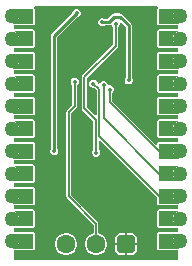
<source format=gbl>
G04*
G04 #@! TF.GenerationSoftware,Altium Limited,Altium Designer,24.9.1 (31)*
G04*
G04 Layer_Physical_Order=2*
G04 Layer_Color=16711680*
%FSLAX44Y44*%
%MOMM*%
G71*
G04*
G04 #@! TF.SameCoordinates,B6DCB2D1-0443-4E39-BFFB-B68A34243BA1*
G04*
G04*
G04 #@! TF.FilePolarity,Positive*
G04*
G01*
G75*
%ADD13C,0.1270*%
%ADD39C,0.2540*%
%ADD40C,0.2032*%
%ADD43C,1.2700*%
%ADD44C,1.6000*%
G04:AMPARAMS|DCode=45|XSize=1.6mm|YSize=1.6mm|CornerRadius=0.4mm|HoleSize=0mm|Usage=FLASHONLY|Rotation=0.000|XOffset=0mm|YOffset=0mm|HoleType=Round|Shape=RoundedRectangle|*
%AMROUNDEDRECTD45*
21,1,1.6000,0.8000,0,0,0.0*
21,1,0.8000,1.6000,0,0,0.0*
1,1,0.8000,0.4000,-0.4000*
1,1,0.8000,-0.4000,-0.4000*
1,1,0.8000,-0.4000,0.4000*
1,1,0.8000,0.4000,0.4000*
%
%ADD45ROUNDEDRECTD45*%
%ADD46C,0.3556*%
G36*
X1012221Y679328D02*
X1009932Y678380D01*
X1008180Y676628D01*
X1007232Y674339D01*
Y671861D01*
X1008180Y669572D01*
X1009932Y667820D01*
X1012221Y666872D01*
X1013460Y666750D01*
X995680D01*
Y679450D01*
X1013460D01*
X1012221Y679328D01*
D02*
G37*
G36*
X889000Y666750D02*
X871220D01*
X872459Y666872D01*
X874748Y667820D01*
X876500Y669572D01*
X877448Y671861D01*
Y674339D01*
X876500Y676628D01*
X874748Y678380D01*
X872459Y679328D01*
X871220Y679450D01*
X889000D01*
Y666750D01*
D02*
G37*
G36*
X1012221Y660278D02*
X1009932Y659330D01*
X1008180Y657578D01*
X1007232Y655289D01*
Y652811D01*
X1008180Y650522D01*
X1009932Y648770D01*
X1012221Y647822D01*
X1013460Y647700D01*
X995680D01*
Y660400D01*
X1013460D01*
X1012221Y660278D01*
D02*
G37*
G36*
X889000Y647700D02*
X871220D01*
X872459Y647822D01*
X874748Y648770D01*
X876500Y650522D01*
X877448Y652811D01*
Y655289D01*
X876500Y657578D01*
X874748Y659330D01*
X872459Y660278D01*
X871220Y660400D01*
X889000D01*
Y647700D01*
D02*
G37*
G36*
X1012221Y641228D02*
X1009932Y640280D01*
X1008180Y638528D01*
X1007232Y636239D01*
Y633761D01*
X1008180Y631472D01*
X1009932Y629720D01*
X1012221Y628772D01*
X1013460Y628650D01*
X995680D01*
Y641350D01*
X1013460D01*
X1012221Y641228D01*
D02*
G37*
G36*
X889000Y628650D02*
X871220D01*
X872459Y628772D01*
X874748Y629720D01*
X876500Y631472D01*
X877448Y633761D01*
Y636239D01*
X876500Y638528D01*
X874748Y640280D01*
X872459Y641228D01*
X871220Y641350D01*
X889000D01*
Y628650D01*
D02*
G37*
G36*
X993848Y681221D02*
X994513Y679951D01*
X994305Y679450D01*
Y666750D01*
X994708Y665778D01*
X995680Y665375D01*
X1011421D01*
Y661775D01*
X995680D01*
X994708Y661372D01*
X994305Y660400D01*
Y647700D01*
X994708Y646728D01*
X995680Y646325D01*
X1011421D01*
Y642725D01*
X995680D01*
X994708Y642322D01*
X994305Y641350D01*
Y628650D01*
X994708Y627678D01*
X995680Y627275D01*
X1011421D01*
Y623675D01*
X995680D01*
X994708Y623272D01*
X994305Y622300D01*
Y609600D01*
X994708Y608628D01*
X995680Y608225D01*
X1011421D01*
Y604625D01*
X995680D01*
X994708Y604222D01*
X994305Y603250D01*
Y590550D01*
X994708Y589578D01*
X995680Y589175D01*
X1011421D01*
Y585575D01*
X995680D01*
X994708Y585172D01*
X994305Y584200D01*
Y571500D01*
X994708Y570528D01*
X995680Y570125D01*
X1011421D01*
Y566525D01*
X995680D01*
X994708Y566122D01*
X994305Y565150D01*
Y564581D01*
X993132Y564095D01*
X955712Y601515D01*
Y607869D01*
X955762Y607889D01*
X956751Y608878D01*
X957286Y610171D01*
Y611569D01*
X956751Y612862D01*
X955762Y613851D01*
X954469Y614386D01*
X953071D01*
X952861Y614526D01*
X952178Y615391D01*
X951700Y616546D01*
X950711Y617535D01*
X949419Y618070D01*
X948020D01*
X946728Y617535D01*
X945739Y616546D01*
X945605Y616224D01*
X944043Y615771D01*
X943651Y616047D01*
Y616550D01*
X943116Y617842D01*
X942127Y618831D01*
X940834Y619367D01*
X939436D01*
X938143Y618831D01*
X937154Y617842D01*
X936619Y616550D01*
Y615151D01*
X937154Y613859D01*
X938143Y612870D01*
X939436Y612335D01*
X940834D01*
X940884Y612355D01*
X942938Y610301D01*
Y589415D01*
X941764Y588929D01*
X934819Y595875D01*
Y620819D01*
X960498Y646498D01*
X961003Y647254D01*
X961181Y648146D01*
Y664108D01*
X961831Y664758D01*
X962366Y666051D01*
Y667308D01*
X962728Y667598D01*
X963539Y667931D01*
X967341Y664129D01*
Y621095D01*
X966950Y620704D01*
X966415Y619411D01*
Y618013D01*
X966950Y616720D01*
X967939Y615731D01*
X969231Y615196D01*
X970630D01*
X971922Y615731D01*
X972911Y616720D01*
X973447Y618013D01*
Y619411D01*
X972911Y620704D01*
X972520Y621095D01*
Y665202D01*
X972323Y666193D01*
X971762Y667033D01*
X964232Y674564D01*
X963392Y675125D01*
X962401Y675322D01*
X957576D01*
X956585Y675125D01*
X955744Y674564D01*
X951791Y670610D01*
X949803D01*
X949412Y671001D01*
X948119Y671536D01*
X946721D01*
X945428Y671001D01*
X944439Y670012D01*
X943904Y668719D01*
Y667321D01*
X944439Y666028D01*
X945428Y665039D01*
X946721Y664504D01*
X948119D01*
X949412Y665039D01*
X949803Y665430D01*
X952863D01*
X953855Y665627D01*
X954156Y665829D01*
X954165Y665831D01*
X955503Y665449D01*
X955632Y665330D01*
X955869Y664758D01*
X956519Y664108D01*
Y649111D01*
X930840Y623433D01*
X930335Y622676D01*
X930158Y621785D01*
Y594909D01*
X930335Y594017D01*
X930840Y593261D01*
X939628Y584473D01*
Y570290D01*
X939806Y569398D01*
X940009Y569094D01*
Y560172D01*
X939359Y559522D01*
X938824Y558229D01*
Y556831D01*
X939359Y555538D01*
X940348Y554549D01*
X941641Y554014D01*
X943039D01*
X944332Y554549D01*
X945321Y555538D01*
X945856Y556831D01*
Y558229D01*
X945321Y559522D01*
X944671Y560172D01*
Y567303D01*
X945844Y567789D01*
X994305Y519328D01*
Y514350D01*
X994708Y513378D01*
X995680Y512975D01*
X1011421D01*
Y509375D01*
X995680D01*
X994708Y508972D01*
X994305Y508000D01*
Y495300D01*
X994708Y494328D01*
X995680Y493925D01*
X1011421D01*
Y490325D01*
X995680D01*
X994708Y489922D01*
X994305Y488950D01*
Y476250D01*
X994708Y475278D01*
X995680Y474875D01*
X1011421D01*
Y466859D01*
X873259D01*
Y474875D01*
X889000D01*
X889972Y475278D01*
X890375Y476250D01*
Y488950D01*
X889972Y489922D01*
X889000Y490325D01*
X873259D01*
Y493925D01*
X889000D01*
X889972Y494328D01*
X890375Y495300D01*
Y508000D01*
X889972Y508972D01*
X889000Y509375D01*
X873259D01*
Y512975D01*
X889000D01*
X889972Y513378D01*
X890375Y514350D01*
Y527050D01*
X889972Y528022D01*
X889000Y528425D01*
X873259D01*
Y532025D01*
X889000D01*
X889972Y532428D01*
X890375Y533400D01*
Y546100D01*
X889972Y547072D01*
X889000Y547475D01*
X873259D01*
Y551075D01*
X889000D01*
X889972Y551478D01*
X890375Y552450D01*
Y565150D01*
X889972Y566122D01*
X889000Y566525D01*
X873259D01*
Y570125D01*
X889000D01*
X889972Y570528D01*
X890375Y571500D01*
Y584200D01*
X889972Y585172D01*
X889000Y585575D01*
X873259D01*
Y589175D01*
X889000D01*
X889972Y589578D01*
X890375Y590550D01*
Y603250D01*
X889972Y604222D01*
X889000Y604625D01*
X873259D01*
Y608225D01*
X889000D01*
X889972Y608628D01*
X890375Y609600D01*
Y622300D01*
X889972Y623272D01*
X889000Y623675D01*
X873259D01*
Y627275D01*
X889000D01*
X889972Y627678D01*
X890375Y628650D01*
Y641350D01*
X889972Y642322D01*
X889000Y642725D01*
X873259D01*
Y646325D01*
X889000D01*
X889972Y646728D01*
X890375Y647700D01*
Y660400D01*
X889972Y661372D01*
X889000Y661775D01*
X873259D01*
Y665375D01*
X889000D01*
X889972Y665778D01*
X890375Y666750D01*
Y679450D01*
X890167Y679951D01*
X890833Y681221D01*
X993848D01*
D02*
G37*
G36*
X1012221Y622178D02*
X1009932Y621230D01*
X1008180Y619478D01*
X1007232Y617189D01*
Y614711D01*
X1008180Y612422D01*
X1009932Y610670D01*
X1012221Y609722D01*
X1013460Y609600D01*
X995680D01*
Y622300D01*
X1013460D01*
X1012221Y622178D01*
D02*
G37*
G36*
X889000Y609600D02*
X871220D01*
X872459Y609722D01*
X874748Y610670D01*
X876500Y612422D01*
X877448Y614711D01*
Y617189D01*
X876500Y619478D01*
X874748Y621230D01*
X872459Y622178D01*
X871220Y622300D01*
X889000D01*
Y609600D01*
D02*
G37*
G36*
X1012221Y603128D02*
X1009932Y602180D01*
X1008180Y600428D01*
X1007232Y598139D01*
Y595661D01*
X1008180Y593372D01*
X1009932Y591620D01*
X1012221Y590672D01*
X1013460Y590550D01*
X995680D01*
Y603250D01*
X1013460D01*
X1012221Y603128D01*
D02*
G37*
G36*
X889000Y590550D02*
X871220D01*
X872459Y590672D01*
X874748Y591620D01*
X876500Y593372D01*
X877448Y595661D01*
Y598139D01*
X876500Y600428D01*
X874748Y602180D01*
X872459Y603128D01*
X871220Y603250D01*
X889000D01*
Y590550D01*
D02*
G37*
G36*
X1012221Y584078D02*
X1009932Y583130D01*
X1008180Y581378D01*
X1007232Y579089D01*
Y576611D01*
X1008180Y574322D01*
X1009932Y572570D01*
X1012221Y571622D01*
X1013460Y571500D01*
X995680D01*
Y584200D01*
X1013460D01*
X1012221Y584078D01*
D02*
G37*
G36*
X889000Y571500D02*
X871220D01*
X872459Y571622D01*
X874748Y572570D01*
X876500Y574322D01*
X877448Y576611D01*
Y579089D01*
X876500Y581378D01*
X874748Y583130D01*
X872459Y584078D01*
X871220Y584200D01*
X889000D01*
Y571500D01*
D02*
G37*
G36*
X1012221Y565028D02*
X1009932Y564080D01*
X1008180Y562328D01*
X1007232Y560039D01*
Y557561D01*
X1008180Y555272D01*
X1009932Y553520D01*
X1012221Y552572D01*
X1013460Y552450D01*
X995680D01*
Y565150D01*
X1013460D01*
X1012221Y565028D01*
D02*
G37*
G36*
X889000Y552450D02*
X871220D01*
X872459Y552572D01*
X874748Y553520D01*
X876500Y555272D01*
X877448Y557561D01*
Y560039D01*
X876500Y562328D01*
X874748Y564080D01*
X872459Y565028D01*
X871220Y565150D01*
X889000D01*
Y552450D01*
D02*
G37*
G36*
X1012221Y545978D02*
X1009932Y545030D01*
X1008180Y543278D01*
X1007232Y540989D01*
Y538511D01*
X1008180Y536222D01*
X1009932Y534470D01*
X1012221Y533522D01*
X1013460Y533400D01*
X995680D01*
Y546100D01*
X1013460D01*
X1012221Y545978D01*
D02*
G37*
G36*
X889000Y533400D02*
X871220D01*
X872459Y533522D01*
X874748Y534470D01*
X876500Y536222D01*
X877448Y538511D01*
Y540989D01*
X876500Y543278D01*
X874748Y545030D01*
X872459Y545978D01*
X871220Y546100D01*
X889000D01*
Y533400D01*
D02*
G37*
G36*
X1012221Y526928D02*
X1009932Y525980D01*
X1008180Y524228D01*
X1007232Y521939D01*
Y519461D01*
X1008180Y517172D01*
X1009932Y515420D01*
X1012221Y514472D01*
X1013460Y514350D01*
X995680D01*
Y527050D01*
X1013460D01*
X1012221Y526928D01*
D02*
G37*
G36*
X889000Y514350D02*
X871220D01*
X872459Y514472D01*
X874748Y515420D01*
X876500Y517172D01*
X877448Y519461D01*
Y521939D01*
X876500Y524228D01*
X874748Y525980D01*
X872459Y526928D01*
X871220Y527050D01*
X889000D01*
Y514350D01*
D02*
G37*
G36*
X1012221Y507878D02*
X1009932Y506930D01*
X1008180Y505178D01*
X1007232Y502889D01*
Y500411D01*
X1008180Y498122D01*
X1009932Y496370D01*
X1012221Y495422D01*
X1013460Y495300D01*
X995680D01*
Y508000D01*
X1013460D01*
X1012221Y507878D01*
D02*
G37*
G36*
X889000Y495300D02*
X871220D01*
X872459Y495422D01*
X874748Y496370D01*
X876500Y498122D01*
X877448Y500411D01*
Y502889D01*
X876500Y505178D01*
X874748Y506930D01*
X872459Y507878D01*
X871220Y508000D01*
X889000D01*
Y495300D01*
D02*
G37*
G36*
X1012221Y488828D02*
X1009932Y487880D01*
X1008180Y486128D01*
X1007232Y483839D01*
Y481361D01*
X1008180Y479072D01*
X1009932Y477320D01*
X1012221Y476372D01*
X1013460Y476250D01*
X995680D01*
Y488950D01*
X1013460D01*
X1012221Y488828D01*
D02*
G37*
G36*
X889000Y476250D02*
X871220D01*
X872459Y476372D01*
X874748Y477320D01*
X876500Y479072D01*
X877448Y481361D01*
Y483839D01*
X876500Y486128D01*
X874748Y487880D01*
X872459Y488828D01*
X871220Y488950D01*
X889000D01*
Y476250D01*
D02*
G37*
%LPC*%
G36*
X926529Y679156D02*
X925131D01*
X923838Y678621D01*
X922849Y677632D01*
X922314Y676339D01*
Y675787D01*
X904949Y658421D01*
X904387Y657581D01*
X904190Y656590D01*
Y561183D01*
X903799Y560792D01*
X903264Y559499D01*
Y558101D01*
X903799Y556808D01*
X904788Y555819D01*
X906081Y555284D01*
X907479D01*
X908772Y555819D01*
X909761Y556808D01*
X910296Y558101D01*
Y559499D01*
X909761Y560792D01*
X909370Y561183D01*
Y655517D01*
X925976Y672124D01*
X926529D01*
X927822Y672659D01*
X928811Y673648D01*
X929346Y674941D01*
Y676339D01*
X928811Y677632D01*
X927822Y678621D01*
X926529Y679156D01*
D02*
G37*
G36*
X971740Y489433D02*
X968375D01*
Y480695D01*
X977113D01*
Y484060D01*
X976704Y486116D01*
X975539Y487859D01*
X973796Y489024D01*
X971740Y489433D01*
D02*
G37*
G36*
X967105D02*
X963740D01*
X961684Y489024D01*
X959940Y487859D01*
X958776Y486116D01*
X958367Y484060D01*
Y480695D01*
X967105D01*
Y489433D01*
D02*
G37*
G36*
X924902Y620962D02*
X923503D01*
X922210Y620426D01*
X921221Y619437D01*
X920686Y618145D01*
Y616746D01*
X921221Y615454D01*
X922210Y614465D01*
X922260Y614445D01*
Y597826D01*
X917766Y593332D01*
X917345Y592702D01*
X917197Y591959D01*
Y520548D01*
X917345Y519805D01*
X917766Y519175D01*
X940398Y496543D01*
Y489137D01*
X938762Y488698D01*
X936648Y487478D01*
X934922Y485752D01*
X933702Y483638D01*
X933070Y481280D01*
Y478840D01*
X933702Y476482D01*
X934922Y474368D01*
X936648Y472642D01*
X938762Y471422D01*
X941120Y470790D01*
X943560D01*
X945918Y471422D01*
X948032Y472642D01*
X949758Y474368D01*
X950978Y476482D01*
X951610Y478840D01*
Y481280D01*
X950978Y483638D01*
X949758Y485752D01*
X948032Y487478D01*
X945918Y488698D01*
X944282Y489137D01*
Y497347D01*
X944135Y498091D01*
X943713Y498721D01*
X921081Y521353D01*
Y591154D01*
X925576Y595648D01*
X925997Y596278D01*
X926144Y597022D01*
X926144Y597022D01*
Y614445D01*
X926194Y614465D01*
X927183Y615454D01*
X927718Y616746D01*
Y618145D01*
X927183Y619437D01*
X926194Y620426D01*
X924902Y620962D01*
D02*
G37*
G36*
X918160Y489330D02*
X915720D01*
X913362Y488698D01*
X911248Y487478D01*
X909522Y485752D01*
X908302Y483638D01*
X907670Y481280D01*
Y478840D01*
X908302Y476482D01*
X909522Y474368D01*
X911248Y472642D01*
X913362Y471422D01*
X915720Y470790D01*
X918160D01*
X920518Y471422D01*
X922632Y472642D01*
X924358Y474368D01*
X925578Y476482D01*
X926210Y478840D01*
Y481280D01*
X925578Y483638D01*
X924358Y485752D01*
X922632Y487478D01*
X920518Y488698D01*
X918160Y489330D01*
D02*
G37*
G36*
X977113Y479425D02*
X968375D01*
Y470687D01*
X971740D01*
X973796Y471096D01*
X975539Y472261D01*
X976704Y474004D01*
X977113Y476060D01*
Y479425D01*
D02*
G37*
G36*
X967105D02*
X958367D01*
Y476060D01*
X958776Y474004D01*
X959940Y472261D01*
X961684Y471096D01*
X963740Y470687D01*
X967105D01*
Y479425D01*
D02*
G37*
%LPD*%
G54D13*
X944880Y571500D02*
Y611105D01*
X940135Y615851D02*
X944880Y611105D01*
X919139Y591959D02*
X924202Y597022D01*
Y617446D01*
X944880Y571500D02*
X995680Y520700D01*
X919139Y520548D02*
Y591959D01*
Y520548D02*
X942340Y497347D01*
Y477520D02*
Y497347D01*
X953770Y600710D02*
X995680Y558800D01*
X953770Y600710D02*
Y610870D01*
X948719Y586711D02*
X995680Y539750D01*
X948719Y586711D02*
Y614554D01*
X999490Y673100D02*
X1002030D01*
G54D39*
X952863Y668020D02*
X957576Y672732D01*
X962401D01*
X969931Y618712D02*
Y665202D01*
X962401Y672732D02*
X969931Y665202D01*
X947420Y668020D02*
X952863D01*
X906780Y656590D02*
X925830Y675640D01*
X906780Y558800D02*
Y656590D01*
G54D40*
X958850Y648146D02*
Y666750D01*
X941959Y570290D02*
Y585438D01*
Y570290D02*
X942340Y569909D01*
Y557530D02*
Y569909D01*
X932488Y594909D02*
X941959Y585438D01*
X932488Y594909D02*
Y621785D01*
X958850Y648146D01*
G54D43*
X871220Y482600D02*
D03*
Y501650D02*
D03*
Y520700D02*
D03*
Y539750D02*
D03*
Y558800D02*
D03*
Y577850D02*
D03*
Y596900D02*
D03*
Y615950D02*
D03*
Y635000D02*
D03*
Y654050D02*
D03*
Y673100D02*
D03*
X1013460D02*
D03*
Y654050D02*
D03*
Y635000D02*
D03*
Y615950D02*
D03*
Y596900D02*
D03*
Y577850D02*
D03*
Y558800D02*
D03*
Y539750D02*
D03*
Y520700D02*
D03*
Y501650D02*
D03*
Y482600D02*
D03*
G54D44*
X916940Y480060D02*
D03*
X942340D02*
D03*
G54D45*
X967740D02*
D03*
G54D46*
X923290Y533772D02*
D03*
X961390D02*
D03*
X947420Y643890D02*
D03*
X937260D02*
D03*
X942340Y648970D02*
D03*
Y638810D02*
D03*
X958850Y666750D02*
D03*
X940135Y615851D02*
D03*
X924202Y617446D02*
D03*
X947420Y668020D02*
D03*
X925830Y675640D02*
D03*
X942340Y557530D02*
D03*
X969931Y618712D02*
D03*
X906780Y558800D02*
D03*
X991870Y676910D02*
D03*
Y673100D02*
D03*
Y669290D02*
D03*
X894080Y486410D02*
D03*
Y478790D02*
D03*
Y482600D02*
D03*
X948719Y614554D02*
D03*
X953770Y610870D02*
D03*
X963930Y612140D02*
D03*
X916940Y595630D02*
D03*
M02*

</source>
